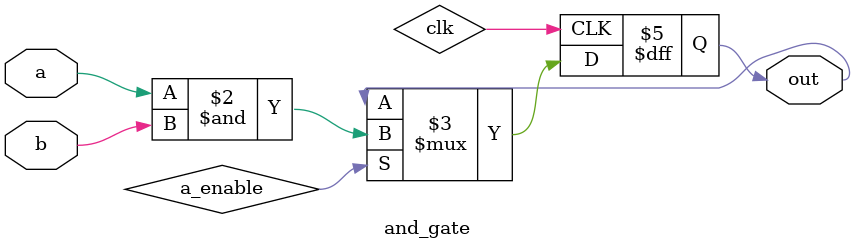
<source format=v>

module and_gate( 
    input a, 
    input b, 
    output out );

    // assing the AND of a and b to out
    always@(posedge clk) begin
        if(a_enable) out <= a & b;
    end


endmodule

</source>
